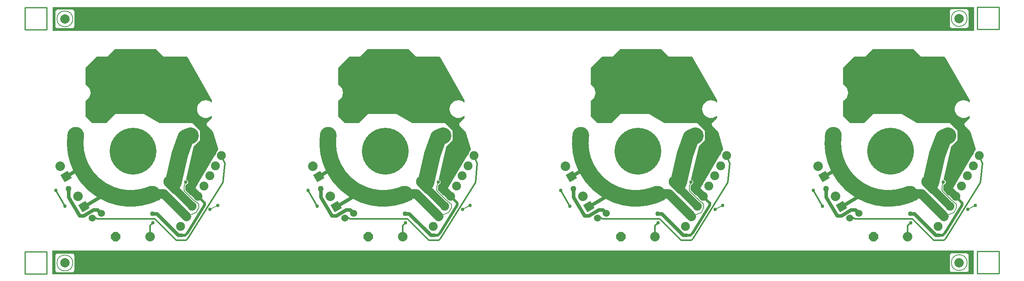
<source format=gbl>
G04 Layer_Physical_Order=2*
G04 Layer_Color=16711680*
%FSLAX24Y24*%
%MOIN*%
G70*
G01*
G75*
%ADD10C,0.0070*%
G04:AMPARAMS|DCode=11|XSize=78.7mil|YSize=78.7mil|CornerRadius=39.4mil|HoleSize=0mil|Usage=FLASHONLY|Rotation=90.000|XOffset=0mil|YOffset=0mil|HoleType=Round|Shape=RoundedRectangle|*
%AMROUNDEDRECTD11*
21,1,0.0787,0.0000,0,0,90.0*
21,1,0.0000,0.0787,0,0,90.0*
1,1,0.0787,0.0000,0.0000*
1,1,0.0787,0.0000,0.0000*
1,1,0.0787,0.0000,0.0000*
1,1,0.0787,0.0000,0.0000*
%
%ADD11ROUNDEDRECTD11*%
%ADD12C,0.0100*%
%ADD29C,0.0080*%
%ADD30C,0.0130*%
%ADD31C,0.0300*%
%ADD33C,0.0800*%
%ADD36C,0.0748*%
%ADD39C,0.0800*%
%ADD40P,0.0990X4X165.0*%
%ADD41P,0.0866X8X22.5*%
%ADD42C,0.0300*%
%ADD43C,0.0400*%
%ADD44C,0.0500*%
%ADD45C,0.0600*%
%ADD46C,0.1400*%
%ADD47C,0.0650*%
%ADD48C,0.0500*%
%ADD49C,0.0450*%
%ADD50C,0.0220*%
%ADD51C,0.1000*%
%ADD52C,0.3937*%
G36*
X80319Y22843D02*
Y20845D01*
X2755Y20845D01*
Y22843D01*
X80319Y22843D01*
D02*
G37*
G36*
X75875Y18674D02*
X77845D01*
X77905Y18614D01*
X79956Y15013D01*
X79956Y14836D01*
X79911Y14815D01*
X79849Y14866D01*
X79720Y14935D01*
X79581Y14977D01*
X79436Y14991D01*
X79291Y14977D01*
X79152Y14935D01*
X79024Y14866D01*
X78911Y14774D01*
X78819Y14661D01*
X78750Y14533D01*
X78708Y14394D01*
X78693Y14249D01*
X78708Y14104D01*
X78750Y13964D01*
X78819Y13836D01*
X78911Y13724D01*
X79024Y13631D01*
X79152Y13563D01*
X79291Y13520D01*
X79436Y13506D01*
X79581Y13520D01*
X79720Y13563D01*
X79849Y13631D01*
X79913Y13684D01*
X79958Y13662D01*
X79958Y13488D01*
X79557Y13087D01*
X79556Y13088D01*
X79516Y13029D01*
X79502Y12959D01*
X79516Y12890D01*
X79556Y12831D01*
X79556Y12831D01*
X79592Y12796D01*
X79959Y12429D01*
X79960Y11359D01*
X80470Y10849D01*
X78191Y6985D01*
X78141Y6979D01*
X77715Y7427D01*
X77716Y7719D01*
X77775Y7896D01*
X77823Y7905D01*
X77889Y7949D01*
X77933Y8016D01*
X77949Y8094D01*
X77933Y8172D01*
X77889Y8238D01*
X77823Y8282D01*
X77794Y8288D01*
X77767Y8330D01*
X78407Y11116D01*
X78935Y11644D01*
Y12424D01*
X78285Y13074D01*
X76445Y13074D01*
X75535Y13074D01*
X74215Y13849D01*
X71830D01*
X71054Y13074D01*
X69888Y13074D01*
X69310Y13651D01*
X69310Y14951D01*
X69330Y14957D01*
X69335Y14959D01*
X69340Y14960D01*
X69349Y14966D01*
X69358Y14970D01*
X69361Y14974D01*
X69366Y14977D01*
X69618Y15230D01*
X69621Y15234D01*
X69625Y15237D01*
X69629Y15247D01*
X69635Y15255D01*
X69636Y15260D01*
X69638Y15265D01*
X69731Y15609D01*
X69731Y15615D01*
X69733Y15620D01*
X69732Y15630D01*
X69733Y15640D01*
X69731Y15645D01*
X69731Y15650D01*
X69638Y15995D01*
X69636Y16000D01*
X69635Y16005D01*
X69629Y16013D01*
X69625Y16023D01*
X69621Y16026D01*
X69618Y16030D01*
X69366Y16283D01*
X69357Y16288D01*
X69349Y16295D01*
X69310Y16318D01*
X69310Y17719D01*
X70245Y18654D01*
X71154D01*
X71816Y19316D01*
X75233D01*
X75875Y18674D01*
D02*
G37*
G36*
X54615D02*
X56585D01*
X56645Y18614D01*
X58696Y15013D01*
X58697Y14836D01*
X58651Y14815D01*
X58589Y14866D01*
X58460Y14935D01*
X58321Y14977D01*
X58176Y14991D01*
X58031Y14977D01*
X57892Y14935D01*
X57764Y14866D01*
X57651Y14774D01*
X57559Y14661D01*
X57490Y14533D01*
X57448Y14394D01*
X57434Y14249D01*
X57448Y14104D01*
X57490Y13964D01*
X57559Y13836D01*
X57651Y13724D01*
X57764Y13631D01*
X57892Y13563D01*
X58031Y13520D01*
X58176Y13506D01*
X58321Y13520D01*
X58460Y13563D01*
X58589Y13631D01*
X58653Y13684D01*
X58698Y13662D01*
X58698Y13488D01*
X58297Y13087D01*
X58296Y13088D01*
X58256Y13029D01*
X58242Y12959D01*
X58256Y12890D01*
X58296Y12831D01*
X58296Y12831D01*
X58332Y12796D01*
X58699Y12429D01*
X58700Y11359D01*
X59210Y10849D01*
X56931Y6985D01*
X56881Y6979D01*
X56455Y7427D01*
X56456Y7719D01*
X56516Y7896D01*
X56563Y7905D01*
X56629Y7949D01*
X56673Y8016D01*
X56689Y8094D01*
X56673Y8172D01*
X56629Y8238D01*
X56563Y8282D01*
X56534Y8288D01*
X56507Y8330D01*
X57147Y11116D01*
X57675Y11644D01*
Y12424D01*
X57025Y13074D01*
X55185Y13074D01*
X54275Y13074D01*
X52955Y13849D01*
X50570D01*
X49794Y13074D01*
X48628Y13074D01*
X48050Y13651D01*
X48050Y14951D01*
X48070Y14957D01*
X48075Y14959D01*
X48080Y14960D01*
X48089Y14966D01*
X48098Y14970D01*
X48102Y14974D01*
X48106Y14977D01*
X48358Y15230D01*
X48361Y15234D01*
X48365Y15237D01*
X48370Y15247D01*
X48375Y15255D01*
X48376Y15260D01*
X48379Y15265D01*
X48471Y15609D01*
X48471Y15615D01*
X48473Y15620D01*
X48472Y15630D01*
X48473Y15640D01*
X48471Y15645D01*
X48471Y15650D01*
X48379Y15995D01*
X48376Y16000D01*
X48375Y16005D01*
X48370Y16013D01*
X48365Y16023D01*
X48361Y16026D01*
X48358Y16030D01*
X48106Y16283D01*
X48097Y16288D01*
X48090Y16295D01*
X48050Y16318D01*
X48050Y17719D01*
X48985Y18654D01*
X49894D01*
X50556Y19316D01*
X53973D01*
X54615Y18674D01*
D02*
G37*
G36*
X33355D02*
X35325D01*
X35385Y18614D01*
X37437Y15013D01*
X37437Y14836D01*
X37392Y14815D01*
X37329Y14866D01*
X37201Y14935D01*
X37061Y14977D01*
X36916Y14991D01*
X36772Y14977D01*
X36632Y14935D01*
X36504Y14866D01*
X36391Y14774D01*
X36299Y14661D01*
X36230Y14533D01*
X36188Y14394D01*
X36174Y14249D01*
X36188Y14104D01*
X36230Y13964D01*
X36299Y13836D01*
X36391Y13724D01*
X36504Y13631D01*
X36632Y13563D01*
X36772Y13520D01*
X36916Y13506D01*
X37061Y13520D01*
X37201Y13563D01*
X37329Y13631D01*
X37393Y13684D01*
X37438Y13662D01*
X37438Y13488D01*
X37037Y13087D01*
X37036Y13088D01*
X36996Y13029D01*
X36982Y12959D01*
X36996Y12890D01*
X37036Y12831D01*
X37036Y12831D01*
X37072Y12796D01*
X37439Y12429D01*
X37441Y11359D01*
X37950Y10849D01*
X35671Y6985D01*
X35621Y6979D01*
X35195Y7427D01*
X35197Y7719D01*
X35256Y7896D01*
X35303Y7905D01*
X35369Y7949D01*
X35413Y8016D01*
X35429Y8094D01*
X35413Y8172D01*
X35369Y8238D01*
X35303Y8282D01*
X35274Y8288D01*
X35247Y8330D01*
X35888Y11116D01*
X36415Y11644D01*
Y12424D01*
X35766Y13074D01*
X33925Y13074D01*
X33016Y13074D01*
X31695Y13849D01*
X29310D01*
X28534Y13074D01*
X27368Y13074D01*
X26790Y13651D01*
X26790Y14951D01*
X26811Y14957D01*
X26815Y14959D01*
X26820Y14960D01*
X26829Y14966D01*
X26838Y14970D01*
X26842Y14974D01*
X26846Y14977D01*
X27098Y15230D01*
X27101Y15234D01*
X27105Y15237D01*
X27110Y15247D01*
X27115Y15255D01*
X27116Y15260D01*
X27119Y15265D01*
X27211Y15609D01*
X27211Y15615D01*
X27213Y15620D01*
X27212Y15630D01*
X27213Y15640D01*
X27211Y15645D01*
X27211Y15650D01*
X27119Y15995D01*
X27116Y16000D01*
X27115Y16005D01*
X27110Y16013D01*
X27105Y16023D01*
X27101Y16026D01*
X27098Y16030D01*
X26846Y16283D01*
X26837Y16288D01*
X26830Y16295D01*
X26790Y16318D01*
X26790Y17719D01*
X27725Y18654D01*
X28634D01*
X29296Y19316D01*
X32713D01*
X33355Y18674D01*
D02*
G37*
G36*
X12095D02*
X14065D01*
X14125Y18614D01*
X16177Y15013D01*
X16177Y14836D01*
X16132Y14815D01*
X16069Y14866D01*
X15941Y14935D01*
X15801Y14977D01*
X15657Y14991D01*
X15512Y14977D01*
X15372Y14935D01*
X15244Y14866D01*
X15131Y14774D01*
X15039Y14661D01*
X14970Y14533D01*
X14928Y14394D01*
X14914Y14249D01*
X14928Y14104D01*
X14970Y13964D01*
X15039Y13836D01*
X15131Y13724D01*
X15244Y13631D01*
X15372Y13563D01*
X15512Y13520D01*
X15657Y13506D01*
X15801Y13520D01*
X15941Y13563D01*
X16069Y13631D01*
X16133Y13684D01*
X16178Y13662D01*
X16178Y13488D01*
X15777Y13087D01*
X15776Y13088D01*
X15736Y13029D01*
X15723Y12959D01*
X15736Y12890D01*
X15776Y12831D01*
X15776Y12831D01*
X15812Y12796D01*
X16180Y12429D01*
X16181Y11359D01*
X16690Y10849D01*
X14411Y6985D01*
X14361Y6979D01*
X13935Y7427D01*
X13937Y7719D01*
X13996Y7896D01*
X14043Y7905D01*
X14109Y7949D01*
X14154Y8016D01*
X14169Y8094D01*
X14154Y8172D01*
X14109Y8238D01*
X14043Y8282D01*
X14014Y8288D01*
X13987Y8330D01*
X14628Y11116D01*
X15155Y11644D01*
Y12424D01*
X14506Y13074D01*
X12665Y13074D01*
X11756Y13074D01*
X10435Y13849D01*
X8050D01*
X7274Y13074D01*
X6108Y13074D01*
X5530Y13651D01*
X5530Y14951D01*
X5551Y14957D01*
X5555Y14959D01*
X5561Y14960D01*
X5569Y14966D01*
X5578Y14970D01*
X5582Y14974D01*
X5586Y14977D01*
X5838Y15230D01*
X5841Y15234D01*
X5845Y15237D01*
X5850Y15247D01*
X5856Y15255D01*
X5857Y15260D01*
X5859Y15265D01*
X5951Y15609D01*
X5952Y15615D01*
X5953Y15620D01*
X5953Y15630D01*
X5953Y15640D01*
X5952Y15645D01*
X5951Y15650D01*
X5859Y15995D01*
X5857Y16000D01*
X5856Y16005D01*
X5850Y16013D01*
X5845Y16023D01*
X5841Y16026D01*
X5838Y16030D01*
X5586Y16283D01*
X5578Y16288D01*
X5570Y16295D01*
X5530Y16318D01*
X5530Y17719D01*
X6465Y18654D01*
X7374D01*
X8036Y19316D01*
X11453D01*
X12095Y18674D01*
D02*
G37*
G36*
X80300Y2333D02*
Y335D01*
X2736Y335D01*
Y2333D01*
X80300Y2333D01*
D02*
G37*
%LPC*%
G36*
X79669Y22671D02*
Y22670D01*
X78487D01*
Y22671D01*
X78410Y22656D01*
X78344Y22612D01*
X78300Y22546D01*
X78285Y22469D01*
X78286D01*
Y21287D01*
X78285D01*
X78300Y21210D01*
X78344Y21144D01*
X78410Y21100D01*
X78487Y21085D01*
Y21086D01*
X79669D01*
Y21085D01*
X79746Y21100D01*
X79812Y21144D01*
X79856Y21210D01*
X79871Y21287D01*
X79870D01*
Y22469D01*
X79871D01*
X79856Y22546D01*
X79812Y22612D01*
X79746Y22656D01*
X79669Y22671D01*
D02*
G37*
G36*
X4380Y22642D02*
Y22640D01*
X3199D01*
Y22642D01*
X3121Y22626D01*
X3056Y22582D01*
X3012Y22517D01*
X2996Y22439D01*
X2998D01*
Y21258D01*
X2996D01*
X3012Y21180D01*
X3056Y21115D01*
X3121Y21071D01*
X3199Y21055D01*
Y21057D01*
X4380D01*
Y21055D01*
X4457Y21071D01*
X4523Y21115D01*
X4567Y21180D01*
X4583Y21258D01*
X4581D01*
Y22439D01*
X4583D01*
X4567Y22517D01*
X4523Y22582D01*
X4457Y22626D01*
X4380Y22642D01*
D02*
G37*
G36*
X79669Y2112D02*
Y2111D01*
X78487D01*
Y2112D01*
X78410Y2097D01*
X78344Y2053D01*
X78300Y1987D01*
X78285Y1909D01*
X78286D01*
Y728D01*
X78285D01*
X78300Y651D01*
X78344Y585D01*
X78410Y541D01*
X78487Y526D01*
Y527D01*
X79669D01*
Y526D01*
X79746Y541D01*
X79812Y585D01*
X79856Y651D01*
X79871Y728D01*
X79870D01*
Y1909D01*
X79871D01*
X79856Y1987D01*
X79812Y2053D01*
X79746Y2097D01*
X79669Y2112D01*
D02*
G37*
G36*
X4380Y2083D02*
Y2081D01*
X3199D01*
Y2083D01*
X3121Y2067D01*
X3056Y2023D01*
X3012Y1957D01*
X2996Y1880D01*
X2998D01*
Y699D01*
X2996D01*
X3012Y621D01*
X3056Y556D01*
X3121Y512D01*
X3199Y496D01*
Y498D01*
X4380D01*
Y496D01*
X4457Y512D01*
X4523Y556D01*
X4567Y621D01*
X4583Y699D01*
X4581D01*
Y1880D01*
X4583D01*
X4567Y1957D01*
X4523Y2023D01*
X4457Y2067D01*
X4380Y2083D01*
D02*
G37*
%LPD*%
D10*
X79747Y21878D02*
G03*
X79747Y21878I-669J0D01*
G01*
X4459Y21848D02*
G03*
X4459Y21848I-669J0D01*
G01*
Y1289D02*
G03*
X4459Y1289I-669J0D01*
G01*
X79747Y1319D02*
G03*
X79747Y1319I-669J0D01*
G01*
D11*
X79078Y21878D02*
D03*
X3789Y21848D02*
D03*
Y1289D02*
D03*
X79078Y1319D02*
D03*
D12*
X433Y384D02*
X2274D01*
X433D02*
Y2244D01*
X2274Y384D02*
Y2244D01*
X433D02*
X2274D01*
X82444Y413D02*
Y2274D01*
X80604Y413D02*
Y2274D01*
X82444D01*
X80604Y413D02*
X82444D01*
X80604Y20972D02*
X82444D01*
X80604Y22833D02*
X82444D01*
X80604Y20972D02*
Y22833D01*
X82444Y20972D02*
Y22833D01*
X433Y22803D02*
X2274D01*
Y20943D02*
Y22803D01*
X433Y20943D02*
Y22803D01*
Y20943D02*
X2274D01*
D29*
X14017Y5212D02*
X14835Y5544D01*
X14635Y6554D02*
X14915Y6384D01*
X13843Y7362D02*
X14635Y6554D01*
X13843Y7362D02*
X13845Y7734D01*
X13965Y8094D01*
X14915Y6384D02*
X15057Y6242D01*
Y5944D02*
Y6242D01*
X14835Y5544D02*
X15057Y5944D01*
X16000Y5787D02*
X16650Y6137D01*
X35277Y5212D02*
X36095Y5544D01*
X35895Y6554D02*
X36175Y6384D01*
X35103Y7362D02*
X35895Y6554D01*
X35103Y7362D02*
X35105Y7734D01*
X35225Y8094D01*
X36175Y6384D02*
X36316Y6242D01*
Y5944D02*
Y6242D01*
X36095Y5544D02*
X36316Y5944D01*
X37260Y5787D02*
X37910Y6137D01*
X56537Y5212D02*
X57355Y5544D01*
X57155Y6554D02*
X57435Y6384D01*
X56363Y7362D02*
X57155Y6554D01*
X56363Y7362D02*
X56365Y7734D01*
X56485Y8094D01*
X57435Y6384D02*
X57576Y6242D01*
Y5944D02*
Y6242D01*
X57355Y5544D02*
X57576Y5944D01*
X58520Y5787D02*
X59170Y6137D01*
X77796Y5212D02*
X78615Y5544D01*
X78415Y6554D02*
X78695Y6384D01*
X77623Y7362D02*
X78415Y6554D01*
X77623Y7362D02*
X77625Y7734D01*
X77745Y8094D01*
X78695Y6384D02*
X78836Y6242D01*
Y5944D02*
Y6242D01*
X78615Y5544D02*
X78836Y5944D01*
X79780Y5787D02*
X80430Y6137D01*
D30*
X16975Y10320D02*
X17250Y9663D01*
X3017Y7409D02*
X3787Y6059D01*
X13159Y3209D02*
X13415D01*
X11355Y5014D02*
X13159Y3209D01*
X10957Y4435D02*
X11205Y4684D01*
X10957Y3499D02*
Y4435D01*
X10716Y7233D02*
X11107Y7259D01*
X10716Y7233D02*
X11077Y7289D01*
X8357Y6869D02*
X10716Y7233D01*
X17087Y8054D02*
X17088Y8058D01*
X17250Y9663D01*
X13625Y3624D02*
X13725D01*
X14007Y3209D02*
X14138Y3339D01*
X13705Y3209D02*
X13705D01*
X14007D01*
X13415Y3209D02*
X13705Y3209D01*
X13936Y3208D01*
X11892Y6894D02*
X11892Y6893D01*
X11883Y6894D02*
X11890Y6886D01*
X11215Y6894D02*
X11311D01*
X11786D02*
X11883D01*
X11311D02*
X11391D01*
X11886D02*
X11892D01*
X11886D02*
X11892Y6893D01*
X11786Y6894D02*
X11890Y6886D01*
X11883Y6894D02*
X11886D01*
X6495Y5014D02*
X11355D01*
X6440Y5069D02*
X6495Y5014D01*
X6097Y5069D02*
X6440D01*
X14138Y3339D02*
X17088Y8058D01*
X6997Y6989D02*
X7673Y7033D01*
X7673D01*
X10716Y7233D01*
X4697Y12019D02*
X4697Y12019D01*
Y12019D02*
X5497Y9539D01*
X4697Y12019D02*
Y12019D01*
Y12019D02*
Y12019D01*
X10791Y6964D02*
X11218Y6934D01*
X11421Y6919D01*
X11627Y6905D01*
X11391Y6894D02*
X11786D01*
X11220Y6950D02*
X11426Y6933D01*
X11631Y6915D01*
X10534Y6982D02*
X10791Y6964D01*
X10504Y7012D02*
X10847Y6982D01*
X11220Y6950D01*
X11631Y6915D02*
X11886Y6894D01*
X11627Y6905D02*
X11786Y6894D01*
X38235Y10320D02*
X38510Y9663D01*
X24276Y7409D02*
X25046Y6059D01*
X34419Y3209D02*
X34675D01*
X32615Y5014D02*
X34419Y3209D01*
X32216Y4435D02*
X32465Y4684D01*
X32216Y3499D02*
Y4435D01*
X31976Y7233D02*
X32366Y7259D01*
X31976Y7233D02*
X32336Y7289D01*
X29616Y6869D02*
X31976Y7233D01*
X38347Y8054D02*
X38348Y8058D01*
X38510Y9663D01*
X34885Y3624D02*
X34985D01*
X35267Y3209D02*
X35398Y3339D01*
X34965Y3209D02*
X34965D01*
X35267D01*
X34675Y3209D02*
X34965Y3209D01*
X35196Y3208D01*
X33151Y6894D02*
X33152Y6893D01*
X33143Y6894D02*
X33150Y6886D01*
X32475Y6894D02*
X32571D01*
X33045D02*
X33143D01*
X32571D02*
X32651D01*
X33146D02*
X33151D01*
X33146D02*
X33152Y6893D01*
X33045Y6894D02*
X33150Y6886D01*
X33143Y6894D02*
X33146D01*
X27755Y5014D02*
X32615D01*
X27700Y5069D02*
X27755Y5014D01*
X27356Y5069D02*
X27700D01*
X35398Y3339D02*
X38348Y8058D01*
X28256Y6989D02*
X28933Y7033D01*
X28933D01*
X31976Y7233D01*
X25956Y12019D02*
X25956Y12019D01*
Y12019D02*
X26756Y9539D01*
X25956Y12019D02*
Y12019D01*
Y12019D02*
Y12019D01*
X32051Y6964D02*
X32478Y6934D01*
X32681Y6919D01*
X32887Y6905D01*
X32651Y6894D02*
X33045D01*
X32480Y6950D02*
X32686Y6933D01*
X32890Y6915D01*
X31794Y6982D02*
X32051Y6964D01*
X31764Y7012D02*
X32107Y6982D01*
X32480Y6950D01*
X32890Y6915D02*
X33146Y6894D01*
X32887Y6905D02*
X33045Y6894D01*
X59494Y10320D02*
X59770Y9663D01*
X45536Y7409D02*
X46306Y6059D01*
X55679Y3209D02*
X55935D01*
X53875Y5014D02*
X55679Y3209D01*
X53476Y4435D02*
X53725Y4684D01*
X53476Y3499D02*
Y4435D01*
X53236Y7233D02*
X53626Y7259D01*
X53236Y7233D02*
X53596Y7289D01*
X50876Y6869D02*
X53236Y7233D01*
X59607Y8054D02*
X59608Y8058D01*
X59770Y9663D01*
X56145Y3624D02*
X56245D01*
X56527Y3209D02*
X56658Y3339D01*
X56225Y3209D02*
X56225D01*
X56527D01*
X55935Y3209D02*
X56225Y3209D01*
X56455Y3208D01*
X54411Y6894D02*
X54412Y6893D01*
X54403Y6894D02*
X54410Y6886D01*
X53735Y6894D02*
X53830D01*
X54305D02*
X54403D01*
X53830D02*
X53910D01*
X54406D02*
X54411D01*
X54406D02*
X54412Y6893D01*
X54305Y6894D02*
X54410Y6886D01*
X54403Y6894D02*
X54406D01*
X49015Y5014D02*
X53875D01*
X48960Y5069D02*
X49015Y5014D01*
X48616Y5069D02*
X48960D01*
X56658Y3339D02*
X59608Y8058D01*
X49516Y6989D02*
X50193Y7033D01*
X50193D01*
X53236Y7233D01*
X47216Y12019D02*
X47216Y12019D01*
Y12019D02*
X48016Y9539D01*
X47216Y12019D02*
Y12019D01*
Y12019D02*
Y12019D01*
X53310Y6964D02*
X53738Y6934D01*
X53941Y6919D01*
X54147Y6905D01*
X53910Y6894D02*
X54305D01*
X53740Y6950D02*
X53945Y6933D01*
X54150Y6915D01*
X53054Y6982D02*
X53310Y6964D01*
X53024Y7012D02*
X53366Y6982D01*
X53740Y6950D01*
X54150Y6915D02*
X54406Y6894D01*
X54147Y6905D02*
X54305Y6894D01*
X80754Y10320D02*
X81030Y9663D01*
X66796Y7409D02*
X67566Y6059D01*
X76939Y3209D02*
X77195D01*
X75135Y5014D02*
X76939Y3209D01*
X74736Y4435D02*
X74985Y4684D01*
X74736Y3499D02*
Y4435D01*
X74496Y7233D02*
X74886Y7259D01*
X74496Y7233D02*
X74856Y7289D01*
X72136Y6869D02*
X74496Y7233D01*
X80867Y8054D02*
X80867Y8058D01*
X81030Y9663D01*
X77405Y3624D02*
X77505D01*
X77787Y3209D02*
X77917Y3339D01*
X77485Y3209D02*
X77485D01*
X77787D01*
X77195Y3209D02*
X77485Y3209D01*
X77715Y3208D01*
X75671Y6894D02*
X75672Y6893D01*
X75662Y6894D02*
X75670Y6886D01*
X74995Y6894D02*
X75090D01*
X75565D02*
X75662D01*
X75090D02*
X75170D01*
X75666D02*
X75671D01*
X75666D02*
X75672Y6893D01*
X75565Y6894D02*
X75670Y6886D01*
X75662Y6894D02*
X75666D01*
X70275Y5014D02*
X75135D01*
X70220Y5069D02*
X70275Y5014D01*
X69876Y5069D02*
X70220D01*
X77917Y3339D02*
X80867Y8058D01*
X70776Y6989D02*
X71452Y7033D01*
X71452D01*
X74496Y7233D01*
X68476Y12019D02*
X68476Y12019D01*
Y12019D02*
X69276Y9539D01*
X68476Y12019D02*
Y12019D01*
Y12019D02*
Y12019D01*
X74570Y6964D02*
X74997Y6934D01*
X75201Y6919D01*
X75407Y6905D01*
X75170Y6894D02*
X75565D01*
X74999Y6950D02*
X75205Y6933D01*
X75410Y6915D01*
X74314Y6982D02*
X74570Y6964D01*
X74284Y7012D02*
X74626Y6982D01*
X74999Y6950D01*
X75410Y6915D02*
X75666Y6894D01*
X75407Y6905D02*
X75565Y6894D01*
D31*
X5387Y6036D02*
X6997Y6989D01*
X4085Y6824D02*
Y7524D01*
Y6824D02*
X5015Y5274D01*
X13325Y3624D02*
X13625D01*
X11515Y5434D02*
X13325Y3624D01*
X11175Y5434D02*
X11515D01*
X5015Y5274D02*
X5375D01*
X6534Y5771D02*
X6847Y5459D01*
X5375Y5274D02*
X6195Y5771D01*
X6534D01*
X3907Y8586D02*
X5143Y9327D01*
X5497Y9539D01*
X26646Y6036D02*
X28256Y6989D01*
X25345Y6824D02*
Y7524D01*
Y6824D02*
X26275Y5274D01*
X34585Y3624D02*
X34885D01*
X32775Y5434D02*
X34585Y3624D01*
X32435Y5434D02*
X32775D01*
X26275Y5274D02*
X26635D01*
X27794Y5771D02*
X28106Y5459D01*
X26635Y5274D02*
X27455Y5771D01*
X27794D01*
X25166Y8586D02*
X26403Y9327D01*
X26756Y9539D01*
X47906Y6036D02*
X49516Y6989D01*
X46605Y6824D02*
Y7524D01*
Y6824D02*
X47535Y5274D01*
X55845Y3624D02*
X56145D01*
X54035Y5434D02*
X55845Y3624D01*
X53695Y5434D02*
X54035D01*
X47535Y5274D02*
X47895D01*
X49054Y5771D02*
X49366Y5459D01*
X47895Y5274D02*
X48715Y5771D01*
X49054D01*
X46426Y8586D02*
X47662Y9327D01*
X48016Y9539D01*
X69166Y6036D02*
X70776Y6989D01*
X67865Y6824D02*
Y7524D01*
Y6824D02*
X68795Y5274D01*
X77105Y3624D02*
X77405D01*
X75295Y5434D02*
X77105Y3624D01*
X74955Y5434D02*
X75295D01*
X68795Y5274D02*
X69155D01*
X70314Y5771D02*
X70626Y5459D01*
X69155Y5274D02*
X69975Y5771D01*
X70314D01*
X67686Y8586D02*
X68922Y9327D01*
X69276Y9539D01*
D33*
X12504Y8069D02*
Y8191D01*
X13009Y7564D02*
X13011Y7563D01*
X13011Y7563D01*
X13105Y7474D01*
X12504Y8069D02*
X13009Y7564D01*
X11311Y6894D02*
X11351Y6854D01*
X11391Y6894D01*
X11415Y6917D01*
X12136Y7093D02*
X14017Y5212D01*
X11138Y7093D02*
X11138D01*
X11614D01*
X12136D01*
X33764Y8069D02*
Y8191D01*
X34269Y7564D02*
X34271Y7563D01*
X34271Y7563D01*
X34365Y7474D01*
X33764Y8069D02*
X34269Y7564D01*
X32571Y6894D02*
X32611Y6854D01*
X32651Y6894D01*
X32674Y6917D01*
X33395Y7093D02*
X35277Y5212D01*
X32398Y7093D02*
X32398D01*
X32874D01*
X33395D01*
X55024Y8069D02*
Y8191D01*
X55529Y7564D02*
X55530Y7563D01*
X55530Y7563D01*
X55625Y7474D01*
X55024Y8069D02*
X55529Y7564D01*
X53830Y6894D02*
X53870Y6854D01*
X53910Y6894D01*
X53934Y6917D01*
X54655Y7093D02*
X56537Y5212D01*
X53658Y7093D02*
X53658D01*
X54134D01*
X54655D01*
X76284Y8069D02*
Y8191D01*
X76789Y7564D02*
X76790Y7563D01*
X76790Y7563D01*
X76885Y7474D01*
X76284Y8069D02*
X76789Y7564D01*
X75090Y6894D02*
X75130Y6854D01*
X75170Y6894D01*
X75194Y6917D01*
X75915Y7093D02*
X77796Y5212D01*
X74917Y7093D02*
X74917D01*
X75394D01*
X75915D01*
D36*
X16970Y10326D02*
D03*
X16477Y9474D02*
D03*
X15985Y8622D02*
D03*
X15493Y7769D02*
D03*
X15001Y6917D02*
D03*
X14509Y6064D02*
D03*
X14017Y5212D02*
D03*
X13525Y4360D02*
D03*
X38229Y10326D02*
D03*
X37737Y9474D02*
D03*
X37245Y8622D02*
D03*
X36753Y7769D02*
D03*
X36261Y6917D02*
D03*
X35769Y6064D02*
D03*
X35277Y5212D02*
D03*
X34785Y4360D02*
D03*
X59489Y10326D02*
D03*
X58997Y9474D02*
D03*
X58505Y8622D02*
D03*
X58013Y7769D02*
D03*
X57521Y6917D02*
D03*
X57029Y6064D02*
D03*
X56537Y5212D02*
D03*
X56044Y4360D02*
D03*
X80749Y10326D02*
D03*
X80257Y9474D02*
D03*
X79765Y8622D02*
D03*
X79273Y7769D02*
D03*
X78781Y6917D02*
D03*
X78288Y6064D02*
D03*
X77796Y5212D02*
D03*
X77304Y4360D02*
D03*
D39*
X10957Y3499D02*
D03*
X4887Y6902D02*
D03*
X3407Y9452D02*
D03*
X32216Y3499D02*
D03*
X26146Y6902D02*
D03*
X24666Y9452D02*
D03*
X53476Y3499D02*
D03*
X47406Y6902D02*
D03*
X45926Y9452D02*
D03*
X74736Y3499D02*
D03*
X68666Y6902D02*
D03*
X67186Y9452D02*
D03*
D40*
X5387Y6036D02*
D03*
X3907Y8586D02*
D03*
X26646Y6036D02*
D03*
X25166Y8586D02*
D03*
X47906Y6036D02*
D03*
X46426Y8586D02*
D03*
X69166Y6036D02*
D03*
X67686Y8586D02*
D03*
D41*
X8077Y3499D02*
D03*
X29336D02*
D03*
X50596D02*
D03*
X71856D02*
D03*
D42*
X8090Y14179D02*
D03*
X6990Y13979D02*
D03*
X8040Y16789D02*
D03*
X3017Y7409D02*
D03*
X3787Y6059D02*
D03*
X14100Y16519D02*
D03*
X8720Y16569D02*
D03*
X11960Y14829D02*
D03*
X13730Y15479D02*
D03*
X12685Y15374D02*
D03*
X9165Y6394D02*
D03*
X11205Y4684D02*
D03*
X8645Y6394D02*
D03*
X12239Y17270D02*
D03*
X13965Y8094D02*
D03*
X16650Y6137D02*
D03*
X16000Y5787D02*
D03*
X29350Y14179D02*
D03*
X28250Y13979D02*
D03*
X29300Y16789D02*
D03*
X24276Y7409D02*
D03*
X25046Y6059D02*
D03*
X35360Y16519D02*
D03*
X29980Y16569D02*
D03*
X33220Y14829D02*
D03*
X34990Y15479D02*
D03*
X33945Y15374D02*
D03*
X30425Y6394D02*
D03*
X32465Y4684D02*
D03*
X29905Y6394D02*
D03*
X33499Y17270D02*
D03*
X35225Y8094D02*
D03*
X37910Y6137D02*
D03*
X37260Y5787D02*
D03*
X50610Y14179D02*
D03*
X49510Y13979D02*
D03*
X50560Y16789D02*
D03*
X45536Y7409D02*
D03*
X46306Y6059D02*
D03*
X56620Y16519D02*
D03*
X51240Y16569D02*
D03*
X54480Y14829D02*
D03*
X56250Y15479D02*
D03*
X55205Y15374D02*
D03*
X51685Y6394D02*
D03*
X53725Y4684D02*
D03*
X51165Y6394D02*
D03*
X54759Y17270D02*
D03*
X56485Y8094D02*
D03*
X59170Y6137D02*
D03*
X58520Y5787D02*
D03*
X71870Y14179D02*
D03*
X70770Y13979D02*
D03*
X71820Y16789D02*
D03*
X66796Y7409D02*
D03*
X67566Y6059D02*
D03*
X77880Y16519D02*
D03*
X72500Y16569D02*
D03*
X75740Y14829D02*
D03*
X77510Y15479D02*
D03*
X76465Y15374D02*
D03*
X72945Y6394D02*
D03*
X74985Y4684D02*
D03*
X72425Y6394D02*
D03*
X76018Y17270D02*
D03*
X77745Y8094D02*
D03*
X80430Y6137D02*
D03*
X79780Y5787D02*
D03*
D43*
X12923Y8060D02*
D03*
X11614Y7222D02*
D03*
X11175Y5434D02*
D03*
X12594Y7759D02*
D03*
X12504Y8191D02*
D03*
X13053Y7607D02*
D03*
X11215Y6894D02*
D03*
X11615Y6734D02*
D03*
X12015Y6984D02*
D03*
X34183Y8060D02*
D03*
X32874Y7222D02*
D03*
X32435Y5434D02*
D03*
X33854Y7759D02*
D03*
X33764Y8191D02*
D03*
X34312Y7607D02*
D03*
X32475Y6894D02*
D03*
X32875Y6734D02*
D03*
X33275Y6984D02*
D03*
X55443Y8060D02*
D03*
X54134Y7222D02*
D03*
X53695Y5434D02*
D03*
X55114Y7759D02*
D03*
X55024Y8191D02*
D03*
X55572Y7607D02*
D03*
X53735Y6894D02*
D03*
X54135Y6734D02*
D03*
X54535Y6984D02*
D03*
X76703Y8060D02*
D03*
X75394Y7222D02*
D03*
X74955Y5434D02*
D03*
X76374Y7759D02*
D03*
X76284Y8191D02*
D03*
X76832Y7607D02*
D03*
X74995Y6894D02*
D03*
X75395Y6734D02*
D03*
X75795Y6984D02*
D03*
D44*
X4085Y7524D02*
D03*
X25345D02*
D03*
X46605D02*
D03*
X67865D02*
D03*
D45*
X6847Y5459D02*
D03*
X6097Y5069D02*
D03*
X28106Y5459D02*
D03*
X27356Y5069D02*
D03*
X49366Y5459D02*
D03*
X48616Y5069D02*
D03*
X70626Y5459D02*
D03*
X69876Y5069D02*
D03*
D46*
X5143Y9327D02*
G03*
X7673Y7033I4187J2077D01*
G01*
X8357Y6832D02*
G03*
X10791Y6964I974J4572D01*
G01*
X7673Y7033D02*
G03*
X8357Y6832I1657J4371D01*
G01*
X10791Y6964D02*
G03*
X10847Y6982I-1461J4440D01*
G01*
D02*
G03*
X11138Y7093I-1517J4421D01*
G01*
X4697Y12019D02*
G03*
X5143Y9327I4634J-615D01*
G01*
X4701Y12054D02*
G03*
X4697Y12019I4629J-651D01*
G01*
X13464Y10433D02*
X13972Y11839D01*
X14357Y12019D01*
X12930Y8091D02*
X12931Y8094D01*
X13464Y10433D01*
X26403Y9327D02*
G03*
X28933Y7033I4187J2077D01*
G01*
X29616Y6832D02*
G03*
X32051Y6964I974J4572D01*
G01*
X28933Y7033D02*
G03*
X29616Y6832I1657J4371D01*
G01*
X32051Y6964D02*
G03*
X32107Y6982I-1461J4440D01*
G01*
D02*
G03*
X32398Y7093I-1517J4421D01*
G01*
X25956Y12019D02*
G03*
X26403Y9327I4634J-615D01*
G01*
X25961Y12054D02*
G03*
X25956Y12019I4629J-651D01*
G01*
X34723Y10433D02*
X35232Y11839D01*
X35616Y12019D01*
X34190Y8091D02*
X34191Y8094D01*
X34723Y10433D01*
X47662Y9327D02*
G03*
X50193Y7033I4187J2077D01*
G01*
X50876Y6832D02*
G03*
X53310Y6964I974J4572D01*
G01*
X50193Y7033D02*
G03*
X50876Y6832I1657J4371D01*
G01*
X53310Y6964D02*
G03*
X53366Y6982I-1461J4440D01*
G01*
D02*
G03*
X53658Y7093I-1517J4421D01*
G01*
X47216Y12019D02*
G03*
X47662Y9327I4634J-615D01*
G01*
X47221Y12054D02*
G03*
X47216Y12019I4629J-651D01*
G01*
X55983Y10433D02*
X56492Y11839D01*
X56876Y12019D01*
X55450Y8091D02*
X55451Y8094D01*
X55983Y10433D01*
X68922Y9327D02*
G03*
X71452Y7033I4187J2077D01*
G01*
X72136Y6832D02*
G03*
X74570Y6964I974J4572D01*
G01*
X71452Y7033D02*
G03*
X72136Y6832I1657J4371D01*
G01*
X74570Y6964D02*
G03*
X74626Y6982I-1461J4440D01*
G01*
D02*
G03*
X74917Y7093I-1517J4421D01*
G01*
X68476Y12019D02*
G03*
X68922Y9327I4634J-615D01*
G01*
X68481Y12054D02*
G03*
X68476Y12019I4629J-651D01*
G01*
X77243Y10433D02*
X77752Y11839D01*
X78136Y12019D01*
X76710Y8091D02*
X76710Y8094D01*
X77243Y10433D01*
D47*
X14350Y7545D02*
X14970Y6925D01*
X14350Y7545D02*
X15820Y10089D01*
X13105Y7474D02*
X14508Y6065D01*
X35610Y7545D02*
X36230Y6925D01*
X35610Y7545D02*
X37080Y10089D01*
X34365Y7474D02*
X35768Y6065D01*
X56870Y7545D02*
X57490Y6925D01*
X56870Y7545D02*
X58340Y10089D01*
X55625Y7474D02*
X57028Y6065D01*
X78130Y7545D02*
X78750Y6925D01*
X78130Y7545D02*
X79600Y10089D01*
X76885Y7474D02*
X78288Y6065D01*
D48*
X15820Y10089D02*
X16255Y10566D01*
X16030Y12199D02*
X16420Y10889D01*
X37080Y10089D02*
X37515Y10566D01*
X37290Y12199D02*
X37680Y10889D01*
X58340Y10089D02*
X58774Y10566D01*
X58550Y12199D02*
X58940Y10889D01*
X79600Y10089D02*
X80034Y10566D01*
X79810Y12199D02*
X80200Y10889D01*
D49*
X16255Y10566D02*
X16420Y10889D01*
X37515Y10566D02*
X37680Y10889D01*
X58774Y10566D02*
X58940Y10889D01*
X80034Y10566D02*
X80200Y10889D01*
D50*
X15534Y6181D02*
Y6355D01*
X15525Y6364D02*
X15534Y6355D01*
X13895Y3624D02*
X14097Y3826D01*
X13725Y3624D02*
X13895D01*
X14097Y3826D02*
X15534Y6181D01*
X14990Y6905D02*
X15525Y6364D01*
X14970Y6925D02*
X14990Y6905D01*
X36793Y6181D02*
Y6355D01*
X36785Y6364D02*
X36793Y6355D01*
X35155Y3624D02*
X35357Y3826D01*
X34985Y3624D02*
X35155D01*
X35357Y3826D02*
X36793Y6181D01*
X36250Y6905D02*
X36785Y6364D01*
X36230Y6925D02*
X36250Y6905D01*
X58053Y6181D02*
Y6355D01*
X58045Y6364D02*
X58053Y6355D01*
X56415Y3624D02*
X56617Y3826D01*
X56245Y3624D02*
X56415D01*
X56617Y3826D02*
X58053Y6181D01*
X57509Y6905D02*
X58045Y6364D01*
X57490Y6925D02*
X57509Y6905D01*
X79313Y6181D02*
Y6355D01*
X79305Y6364D02*
X79313Y6355D01*
X77674Y3624D02*
X77877Y3826D01*
X77505Y3624D02*
X77674D01*
X77877Y3826D02*
X79313Y6181D01*
X78769Y6905D02*
X79305Y6364D01*
X78750Y6925D02*
X78769Y6905D01*
D51*
X4697Y12019D02*
D03*
X14357D02*
D03*
X25956D02*
D03*
X35616D02*
D03*
X47216D02*
D03*
X56876D02*
D03*
X68476D02*
D03*
X78136D02*
D03*
D52*
X9517Y10709D02*
D03*
X30776D02*
D03*
X52036D02*
D03*
X73296D02*
D03*
M02*

</source>
